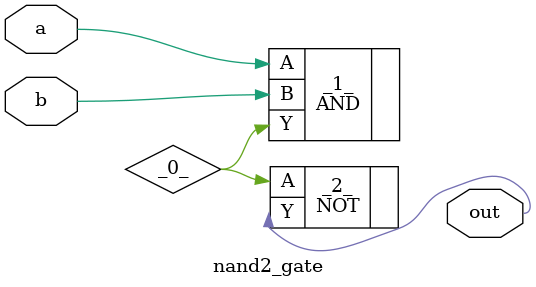
<source format=v>
/* Generated by Yosys 0.41+83 (git sha1 7045cf509, x86_64-w64-mingw32-g++ 13.2.1 -Os) */

/* cells_not_processed =  1  */
/* src = "nand2_gate.v:2.1-10.10" */
module nand2_gate(a, b, out);
  wire _0_;
  /* src = "nand2_gate.v:3.9-3.10" */
  input a;
  wire a;
  /* src = "nand2_gate.v:4.9-4.10" */
  input b;
  wire b;
  /* src = "nand2_gate.v:5.10-5.13" */
  output out;
  wire out;
  AND _1_ (
    .A(a),
    .B(b),
    .Y(_0_)
  );
  NOT _2_ (
    .A(_0_),
    .Y(out)
  );
endmodule

</source>
